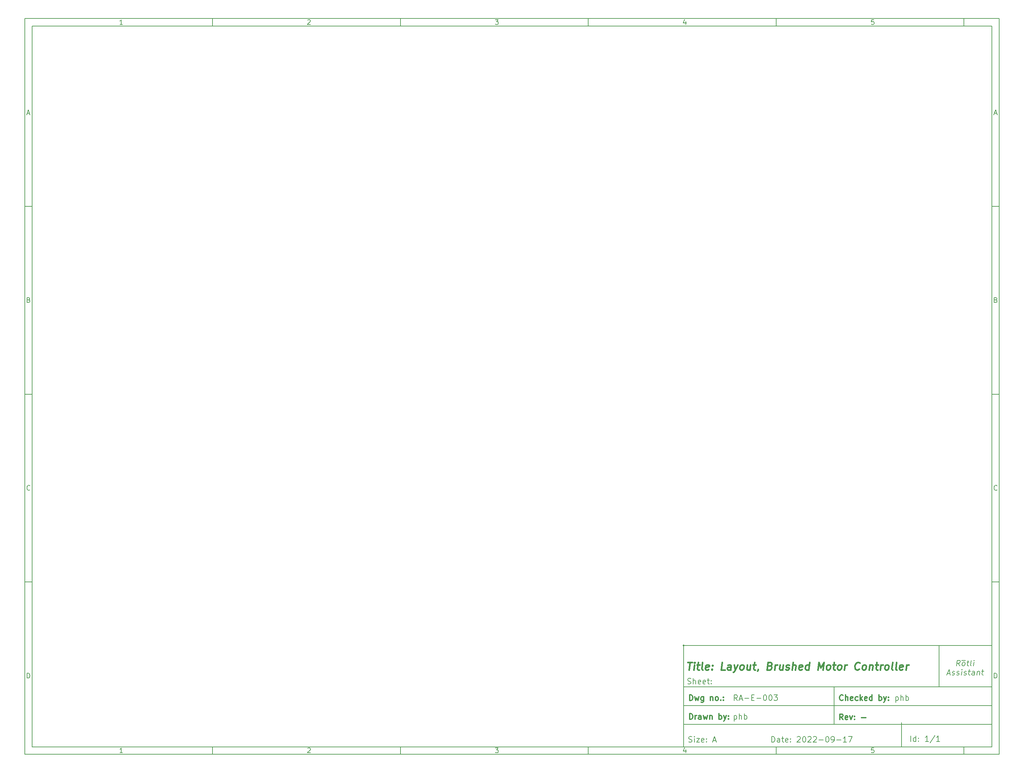
<source format=gbr>
%TF.GenerationSoftware,KiCad,Pcbnew,(6.0.7)*%
%TF.CreationDate,2022-09-17T11:26:47-05:00*%
%TF.ProjectId,BrushlessController,42727573-686c-4657-9373-436f6e74726f,-*%
%TF.SameCoordinates,Original*%
%TF.FileFunction,Paste,Bot*%
%TF.FilePolarity,Positive*%
%FSLAX46Y46*%
G04 Gerber Fmt 4.6, Leading zero omitted, Abs format (unit mm)*
G04 Created by KiCad (PCBNEW (6.0.7)) date 2022-09-17 11:26:47*
%MOMM*%
%LPD*%
G01*
G04 APERTURE LIST*
%ADD10C,0.100000*%
%ADD11C,0.150000*%
%ADD12C,0.300000*%
%ADD13C,0.400000*%
%ADD14C,0.508000*%
G04 APERTURE END LIST*
D10*
D11*
X10000000Y-10000000D02*
X10000000Y-205900000D01*
X269400000Y-205900000D01*
X269400000Y-10000000D01*
X10000000Y-10000000D01*
D10*
D11*
X12000000Y-12000000D02*
X12000000Y-203900000D01*
X267400000Y-203900000D01*
X267400000Y-12000000D01*
X12000000Y-12000000D01*
D10*
D11*
X60000000Y-12000000D02*
X60000000Y-10000000D01*
D10*
D11*
X110000000Y-12000000D02*
X110000000Y-10000000D01*
D10*
D11*
X160000000Y-12000000D02*
X160000000Y-10000000D01*
D10*
D11*
X210000000Y-12000000D02*
X210000000Y-10000000D01*
D10*
D11*
X260000000Y-12000000D02*
X260000000Y-10000000D01*
D10*
D11*
X36065476Y-11588095D02*
X35322619Y-11588095D01*
X35694047Y-11588095D02*
X35694047Y-10288095D01*
X35570238Y-10473809D01*
X35446428Y-10597619D01*
X35322619Y-10659523D01*
D10*
D11*
X85322619Y-10411904D02*
X85384523Y-10350000D01*
X85508333Y-10288095D01*
X85817857Y-10288095D01*
X85941666Y-10350000D01*
X86003571Y-10411904D01*
X86065476Y-10535714D01*
X86065476Y-10659523D01*
X86003571Y-10845238D01*
X85260714Y-11588095D01*
X86065476Y-11588095D01*
D10*
D11*
X135260714Y-10288095D02*
X136065476Y-10288095D01*
X135632142Y-10783333D01*
X135817857Y-10783333D01*
X135941666Y-10845238D01*
X136003571Y-10907142D01*
X136065476Y-11030952D01*
X136065476Y-11340476D01*
X136003571Y-11464285D01*
X135941666Y-11526190D01*
X135817857Y-11588095D01*
X135446428Y-11588095D01*
X135322619Y-11526190D01*
X135260714Y-11464285D01*
D10*
D11*
X185941666Y-10721428D02*
X185941666Y-11588095D01*
X185632142Y-10226190D02*
X185322619Y-11154761D01*
X186127380Y-11154761D01*
D10*
D11*
X236003571Y-10288095D02*
X235384523Y-10288095D01*
X235322619Y-10907142D01*
X235384523Y-10845238D01*
X235508333Y-10783333D01*
X235817857Y-10783333D01*
X235941666Y-10845238D01*
X236003571Y-10907142D01*
X236065476Y-11030952D01*
X236065476Y-11340476D01*
X236003571Y-11464285D01*
X235941666Y-11526190D01*
X235817857Y-11588095D01*
X235508333Y-11588095D01*
X235384523Y-11526190D01*
X235322619Y-11464285D01*
D10*
D11*
X60000000Y-203900000D02*
X60000000Y-205900000D01*
D10*
D11*
X110000000Y-203900000D02*
X110000000Y-205900000D01*
D10*
D11*
X160000000Y-203900000D02*
X160000000Y-205900000D01*
D10*
D11*
X210000000Y-203900000D02*
X210000000Y-205900000D01*
D10*
D11*
X260000000Y-203900000D02*
X260000000Y-205900000D01*
D10*
D11*
X36065476Y-205488095D02*
X35322619Y-205488095D01*
X35694047Y-205488095D02*
X35694047Y-204188095D01*
X35570238Y-204373809D01*
X35446428Y-204497619D01*
X35322619Y-204559523D01*
D10*
D11*
X85322619Y-204311904D02*
X85384523Y-204250000D01*
X85508333Y-204188095D01*
X85817857Y-204188095D01*
X85941666Y-204250000D01*
X86003571Y-204311904D01*
X86065476Y-204435714D01*
X86065476Y-204559523D01*
X86003571Y-204745238D01*
X85260714Y-205488095D01*
X86065476Y-205488095D01*
D10*
D11*
X135260714Y-204188095D02*
X136065476Y-204188095D01*
X135632142Y-204683333D01*
X135817857Y-204683333D01*
X135941666Y-204745238D01*
X136003571Y-204807142D01*
X136065476Y-204930952D01*
X136065476Y-205240476D01*
X136003571Y-205364285D01*
X135941666Y-205426190D01*
X135817857Y-205488095D01*
X135446428Y-205488095D01*
X135322619Y-205426190D01*
X135260714Y-205364285D01*
D10*
D11*
X185941666Y-204621428D02*
X185941666Y-205488095D01*
X185632142Y-204126190D02*
X185322619Y-205054761D01*
X186127380Y-205054761D01*
D10*
D11*
X236003571Y-204188095D02*
X235384523Y-204188095D01*
X235322619Y-204807142D01*
X235384523Y-204745238D01*
X235508333Y-204683333D01*
X235817857Y-204683333D01*
X235941666Y-204745238D01*
X236003571Y-204807142D01*
X236065476Y-204930952D01*
X236065476Y-205240476D01*
X236003571Y-205364285D01*
X235941666Y-205426190D01*
X235817857Y-205488095D01*
X235508333Y-205488095D01*
X235384523Y-205426190D01*
X235322619Y-205364285D01*
D10*
D11*
X10000000Y-60000000D02*
X12000000Y-60000000D01*
D10*
D11*
X10000000Y-110000000D02*
X12000000Y-110000000D01*
D10*
D11*
X10000000Y-160000000D02*
X12000000Y-160000000D01*
D10*
D11*
X10690476Y-35216666D02*
X11309523Y-35216666D01*
X10566666Y-35588095D02*
X11000000Y-34288095D01*
X11433333Y-35588095D01*
D10*
D11*
X11092857Y-84907142D02*
X11278571Y-84969047D01*
X11340476Y-85030952D01*
X11402380Y-85154761D01*
X11402380Y-85340476D01*
X11340476Y-85464285D01*
X11278571Y-85526190D01*
X11154761Y-85588095D01*
X10659523Y-85588095D01*
X10659523Y-84288095D01*
X11092857Y-84288095D01*
X11216666Y-84350000D01*
X11278571Y-84411904D01*
X11340476Y-84535714D01*
X11340476Y-84659523D01*
X11278571Y-84783333D01*
X11216666Y-84845238D01*
X11092857Y-84907142D01*
X10659523Y-84907142D01*
D10*
D11*
X11402380Y-135464285D02*
X11340476Y-135526190D01*
X11154761Y-135588095D01*
X11030952Y-135588095D01*
X10845238Y-135526190D01*
X10721428Y-135402380D01*
X10659523Y-135278571D01*
X10597619Y-135030952D01*
X10597619Y-134845238D01*
X10659523Y-134597619D01*
X10721428Y-134473809D01*
X10845238Y-134350000D01*
X11030952Y-134288095D01*
X11154761Y-134288095D01*
X11340476Y-134350000D01*
X11402380Y-134411904D01*
D10*
D11*
X10659523Y-185588095D02*
X10659523Y-184288095D01*
X10969047Y-184288095D01*
X11154761Y-184350000D01*
X11278571Y-184473809D01*
X11340476Y-184597619D01*
X11402380Y-184845238D01*
X11402380Y-185030952D01*
X11340476Y-185278571D01*
X11278571Y-185402380D01*
X11154761Y-185526190D01*
X10969047Y-185588095D01*
X10659523Y-185588095D01*
D10*
D11*
X269400000Y-60000000D02*
X267400000Y-60000000D01*
D10*
D11*
X269400000Y-110000000D02*
X267400000Y-110000000D01*
D10*
D11*
X269400000Y-160000000D02*
X267400000Y-160000000D01*
D10*
D11*
X268090476Y-35216666D02*
X268709523Y-35216666D01*
X267966666Y-35588095D02*
X268400000Y-34288095D01*
X268833333Y-35588095D01*
D10*
D11*
X268492857Y-84907142D02*
X268678571Y-84969047D01*
X268740476Y-85030952D01*
X268802380Y-85154761D01*
X268802380Y-85340476D01*
X268740476Y-85464285D01*
X268678571Y-85526190D01*
X268554761Y-85588095D01*
X268059523Y-85588095D01*
X268059523Y-84288095D01*
X268492857Y-84288095D01*
X268616666Y-84350000D01*
X268678571Y-84411904D01*
X268740476Y-84535714D01*
X268740476Y-84659523D01*
X268678571Y-84783333D01*
X268616666Y-84845238D01*
X268492857Y-84907142D01*
X268059523Y-84907142D01*
D10*
D11*
X268802380Y-135464285D02*
X268740476Y-135526190D01*
X268554761Y-135588095D01*
X268430952Y-135588095D01*
X268245238Y-135526190D01*
X268121428Y-135402380D01*
X268059523Y-135278571D01*
X267997619Y-135030952D01*
X267997619Y-134845238D01*
X268059523Y-134597619D01*
X268121428Y-134473809D01*
X268245238Y-134350000D01*
X268430952Y-134288095D01*
X268554761Y-134288095D01*
X268740476Y-134350000D01*
X268802380Y-134411904D01*
D10*
D11*
X268059523Y-185588095D02*
X268059523Y-184288095D01*
X268369047Y-184288095D01*
X268554761Y-184350000D01*
X268678571Y-184473809D01*
X268740476Y-184597619D01*
X268802380Y-184845238D01*
X268802380Y-185030952D01*
X268740476Y-185278571D01*
X268678571Y-185402380D01*
X268554761Y-185526190D01*
X268369047Y-185588095D01*
X268059523Y-185588095D01*
D10*
D11*
X208832142Y-202678371D02*
X208832142Y-201178371D01*
X209189285Y-201178371D01*
X209403571Y-201249800D01*
X209546428Y-201392657D01*
X209617857Y-201535514D01*
X209689285Y-201821228D01*
X209689285Y-202035514D01*
X209617857Y-202321228D01*
X209546428Y-202464085D01*
X209403571Y-202606942D01*
X209189285Y-202678371D01*
X208832142Y-202678371D01*
X210975000Y-202678371D02*
X210975000Y-201892657D01*
X210903571Y-201749800D01*
X210760714Y-201678371D01*
X210475000Y-201678371D01*
X210332142Y-201749800D01*
X210975000Y-202606942D02*
X210832142Y-202678371D01*
X210475000Y-202678371D01*
X210332142Y-202606942D01*
X210260714Y-202464085D01*
X210260714Y-202321228D01*
X210332142Y-202178371D01*
X210475000Y-202106942D01*
X210832142Y-202106942D01*
X210975000Y-202035514D01*
X211475000Y-201678371D02*
X212046428Y-201678371D01*
X211689285Y-201178371D02*
X211689285Y-202464085D01*
X211760714Y-202606942D01*
X211903571Y-202678371D01*
X212046428Y-202678371D01*
X213117857Y-202606942D02*
X212975000Y-202678371D01*
X212689285Y-202678371D01*
X212546428Y-202606942D01*
X212475000Y-202464085D01*
X212475000Y-201892657D01*
X212546428Y-201749800D01*
X212689285Y-201678371D01*
X212975000Y-201678371D01*
X213117857Y-201749800D01*
X213189285Y-201892657D01*
X213189285Y-202035514D01*
X212475000Y-202178371D01*
X213832142Y-202535514D02*
X213903571Y-202606942D01*
X213832142Y-202678371D01*
X213760714Y-202606942D01*
X213832142Y-202535514D01*
X213832142Y-202678371D01*
X213832142Y-201749800D02*
X213903571Y-201821228D01*
X213832142Y-201892657D01*
X213760714Y-201821228D01*
X213832142Y-201749800D01*
X213832142Y-201892657D01*
X215617857Y-201321228D02*
X215689285Y-201249800D01*
X215832142Y-201178371D01*
X216189285Y-201178371D01*
X216332142Y-201249800D01*
X216403571Y-201321228D01*
X216475000Y-201464085D01*
X216475000Y-201606942D01*
X216403571Y-201821228D01*
X215546428Y-202678371D01*
X216475000Y-202678371D01*
X217403571Y-201178371D02*
X217546428Y-201178371D01*
X217689285Y-201249800D01*
X217760714Y-201321228D01*
X217832142Y-201464085D01*
X217903571Y-201749800D01*
X217903571Y-202106942D01*
X217832142Y-202392657D01*
X217760714Y-202535514D01*
X217689285Y-202606942D01*
X217546428Y-202678371D01*
X217403571Y-202678371D01*
X217260714Y-202606942D01*
X217189285Y-202535514D01*
X217117857Y-202392657D01*
X217046428Y-202106942D01*
X217046428Y-201749800D01*
X217117857Y-201464085D01*
X217189285Y-201321228D01*
X217260714Y-201249800D01*
X217403571Y-201178371D01*
X218475000Y-201321228D02*
X218546428Y-201249800D01*
X218689285Y-201178371D01*
X219046428Y-201178371D01*
X219189285Y-201249800D01*
X219260714Y-201321228D01*
X219332142Y-201464085D01*
X219332142Y-201606942D01*
X219260714Y-201821228D01*
X218403571Y-202678371D01*
X219332142Y-202678371D01*
X219903571Y-201321228D02*
X219975000Y-201249800D01*
X220117857Y-201178371D01*
X220475000Y-201178371D01*
X220617857Y-201249800D01*
X220689285Y-201321228D01*
X220760714Y-201464085D01*
X220760714Y-201606942D01*
X220689285Y-201821228D01*
X219832142Y-202678371D01*
X220760714Y-202678371D01*
X221403571Y-202106942D02*
X222546428Y-202106942D01*
X223546428Y-201178371D02*
X223689285Y-201178371D01*
X223832142Y-201249800D01*
X223903571Y-201321228D01*
X223975000Y-201464085D01*
X224046428Y-201749800D01*
X224046428Y-202106942D01*
X223975000Y-202392657D01*
X223903571Y-202535514D01*
X223832142Y-202606942D01*
X223689285Y-202678371D01*
X223546428Y-202678371D01*
X223403571Y-202606942D01*
X223332142Y-202535514D01*
X223260714Y-202392657D01*
X223189285Y-202106942D01*
X223189285Y-201749800D01*
X223260714Y-201464085D01*
X223332142Y-201321228D01*
X223403571Y-201249800D01*
X223546428Y-201178371D01*
X224760714Y-202678371D02*
X225046428Y-202678371D01*
X225189285Y-202606942D01*
X225260714Y-202535514D01*
X225403571Y-202321228D01*
X225475000Y-202035514D01*
X225475000Y-201464085D01*
X225403571Y-201321228D01*
X225332142Y-201249800D01*
X225189285Y-201178371D01*
X224903571Y-201178371D01*
X224760714Y-201249800D01*
X224689285Y-201321228D01*
X224617857Y-201464085D01*
X224617857Y-201821228D01*
X224689285Y-201964085D01*
X224760714Y-202035514D01*
X224903571Y-202106942D01*
X225189285Y-202106942D01*
X225332142Y-202035514D01*
X225403571Y-201964085D01*
X225475000Y-201821228D01*
X226117857Y-202106942D02*
X227260714Y-202106942D01*
X228760714Y-202678371D02*
X227903571Y-202678371D01*
X228332142Y-202678371D02*
X228332142Y-201178371D01*
X228189285Y-201392657D01*
X228046428Y-201535514D01*
X227903571Y-201606942D01*
X229260714Y-201178371D02*
X230260714Y-201178371D01*
X229617857Y-202678371D01*
D10*
D12*
X227809285Y-196678571D02*
X227309285Y-195964285D01*
X226952142Y-196678571D02*
X226952142Y-195178571D01*
X227523571Y-195178571D01*
X227666428Y-195250000D01*
X227737857Y-195321428D01*
X227809285Y-195464285D01*
X227809285Y-195678571D01*
X227737857Y-195821428D01*
X227666428Y-195892857D01*
X227523571Y-195964285D01*
X226952142Y-195964285D01*
X229023571Y-196607142D02*
X228880714Y-196678571D01*
X228595000Y-196678571D01*
X228452142Y-196607142D01*
X228380714Y-196464285D01*
X228380714Y-195892857D01*
X228452142Y-195750000D01*
X228595000Y-195678571D01*
X228880714Y-195678571D01*
X229023571Y-195750000D01*
X229095000Y-195892857D01*
X229095000Y-196035714D01*
X228380714Y-196178571D01*
X229595000Y-195678571D02*
X229952142Y-196678571D01*
X230309285Y-195678571D01*
X230880714Y-196535714D02*
X230952142Y-196607142D01*
X230880714Y-196678571D01*
X230809285Y-196607142D01*
X230880714Y-196535714D01*
X230880714Y-196678571D01*
X230880714Y-195750000D02*
X230952142Y-195821428D01*
X230880714Y-195892857D01*
X230809285Y-195821428D01*
X230880714Y-195750000D01*
X230880714Y-195892857D01*
X232737857Y-196107142D02*
X233880714Y-196107142D01*
D10*
D11*
X186760714Y-202606942D02*
X186975000Y-202678371D01*
X187332142Y-202678371D01*
X187475000Y-202606942D01*
X187546428Y-202535514D01*
X187617857Y-202392657D01*
X187617857Y-202249800D01*
X187546428Y-202106942D01*
X187475000Y-202035514D01*
X187332142Y-201964085D01*
X187046428Y-201892657D01*
X186903571Y-201821228D01*
X186832142Y-201749800D01*
X186760714Y-201606942D01*
X186760714Y-201464085D01*
X186832142Y-201321228D01*
X186903571Y-201249800D01*
X187046428Y-201178371D01*
X187403571Y-201178371D01*
X187617857Y-201249800D01*
X188260714Y-202678371D02*
X188260714Y-201678371D01*
X188260714Y-201178371D02*
X188189285Y-201249800D01*
X188260714Y-201321228D01*
X188332142Y-201249800D01*
X188260714Y-201178371D01*
X188260714Y-201321228D01*
X188832142Y-201678371D02*
X189617857Y-201678371D01*
X188832142Y-202678371D01*
X189617857Y-202678371D01*
X190760714Y-202606942D02*
X190617857Y-202678371D01*
X190332142Y-202678371D01*
X190189285Y-202606942D01*
X190117857Y-202464085D01*
X190117857Y-201892657D01*
X190189285Y-201749800D01*
X190332142Y-201678371D01*
X190617857Y-201678371D01*
X190760714Y-201749800D01*
X190832142Y-201892657D01*
X190832142Y-202035514D01*
X190117857Y-202178371D01*
X191475000Y-202535514D02*
X191546428Y-202606942D01*
X191475000Y-202678371D01*
X191403571Y-202606942D01*
X191475000Y-202535514D01*
X191475000Y-202678371D01*
X191475000Y-201749800D02*
X191546428Y-201821228D01*
X191475000Y-201892657D01*
X191403571Y-201821228D01*
X191475000Y-201749800D01*
X191475000Y-201892657D01*
X193260714Y-202249800D02*
X193975000Y-202249800D01*
X193117857Y-202678371D02*
X193617857Y-201178371D01*
X194117857Y-202678371D01*
D10*
D11*
X245832142Y-202478571D02*
X245832142Y-200978571D01*
X247189285Y-202478571D02*
X247189285Y-200978571D01*
X247189285Y-202407142D02*
X247046428Y-202478571D01*
X246760714Y-202478571D01*
X246617857Y-202407142D01*
X246546428Y-202335714D01*
X246475000Y-202192857D01*
X246475000Y-201764285D01*
X246546428Y-201621428D01*
X246617857Y-201550000D01*
X246760714Y-201478571D01*
X247046428Y-201478571D01*
X247189285Y-201550000D01*
X247903571Y-202335714D02*
X247975000Y-202407142D01*
X247903571Y-202478571D01*
X247832142Y-202407142D01*
X247903571Y-202335714D01*
X247903571Y-202478571D01*
X247903571Y-201550000D02*
X247975000Y-201621428D01*
X247903571Y-201692857D01*
X247832142Y-201621428D01*
X247903571Y-201550000D01*
X247903571Y-201692857D01*
X250546428Y-202478571D02*
X249689285Y-202478571D01*
X250117857Y-202478571D02*
X250117857Y-200978571D01*
X249975000Y-201192857D01*
X249832142Y-201335714D01*
X249689285Y-201407142D01*
X252260714Y-200907142D02*
X250975000Y-202835714D01*
X253546428Y-202478571D02*
X252689285Y-202478571D01*
X253117857Y-202478571D02*
X253117857Y-200978571D01*
X252975000Y-201192857D01*
X252832142Y-201335714D01*
X252689285Y-201407142D01*
D10*
D13*
X186512380Y-181404561D02*
X187655238Y-181404561D01*
X186833809Y-183404561D02*
X187083809Y-181404561D01*
X188071904Y-183404561D02*
X188238571Y-182071228D01*
X188321904Y-181404561D02*
X188214761Y-181499800D01*
X188298095Y-181595038D01*
X188405238Y-181499800D01*
X188321904Y-181404561D01*
X188298095Y-181595038D01*
X188905238Y-182071228D02*
X189667142Y-182071228D01*
X189274285Y-181404561D02*
X189060000Y-183118847D01*
X189131428Y-183309323D01*
X189310000Y-183404561D01*
X189500476Y-183404561D01*
X190452857Y-183404561D02*
X190274285Y-183309323D01*
X190202857Y-183118847D01*
X190417142Y-181404561D01*
X191988571Y-183309323D02*
X191786190Y-183404561D01*
X191405238Y-183404561D01*
X191226666Y-183309323D01*
X191155238Y-183118847D01*
X191250476Y-182356942D01*
X191369523Y-182166466D01*
X191571904Y-182071228D01*
X191952857Y-182071228D01*
X192131428Y-182166466D01*
X192202857Y-182356942D01*
X192179047Y-182547419D01*
X191202857Y-182737895D01*
X192952857Y-183214085D02*
X193036190Y-183309323D01*
X192929047Y-183404561D01*
X192845714Y-183309323D01*
X192952857Y-183214085D01*
X192929047Y-183404561D01*
X193083809Y-182166466D02*
X193167142Y-182261704D01*
X193060000Y-182356942D01*
X192976666Y-182261704D01*
X193083809Y-182166466D01*
X193060000Y-182356942D01*
X196357619Y-183404561D02*
X195405238Y-183404561D01*
X195655238Y-181404561D01*
X197881428Y-183404561D02*
X198012380Y-182356942D01*
X197940952Y-182166466D01*
X197762380Y-182071228D01*
X197381428Y-182071228D01*
X197179047Y-182166466D01*
X197893333Y-183309323D02*
X197690952Y-183404561D01*
X197214761Y-183404561D01*
X197036190Y-183309323D01*
X196964761Y-183118847D01*
X196988571Y-182928371D01*
X197107619Y-182737895D01*
X197310000Y-182642657D01*
X197786190Y-182642657D01*
X197988571Y-182547419D01*
X198810000Y-182071228D02*
X199119523Y-183404561D01*
X199762380Y-182071228D02*
X199119523Y-183404561D01*
X198869523Y-183880752D01*
X198762380Y-183975990D01*
X198560000Y-184071228D01*
X200643333Y-183404561D02*
X200464761Y-183309323D01*
X200381428Y-183214085D01*
X200310000Y-183023609D01*
X200381428Y-182452180D01*
X200500476Y-182261704D01*
X200607619Y-182166466D01*
X200810000Y-182071228D01*
X201095714Y-182071228D01*
X201274285Y-182166466D01*
X201357619Y-182261704D01*
X201429047Y-182452180D01*
X201357619Y-183023609D01*
X201238571Y-183214085D01*
X201131428Y-183309323D01*
X200929047Y-183404561D01*
X200643333Y-183404561D01*
X203190952Y-182071228D02*
X203024285Y-183404561D01*
X202333809Y-182071228D02*
X202202857Y-183118847D01*
X202274285Y-183309323D01*
X202452857Y-183404561D01*
X202738571Y-183404561D01*
X202940952Y-183309323D01*
X203048095Y-183214085D01*
X203857619Y-182071228D02*
X204619523Y-182071228D01*
X204226666Y-181404561D02*
X204012380Y-183118847D01*
X204083809Y-183309323D01*
X204262380Y-183404561D01*
X204452857Y-183404561D01*
X205226666Y-183309323D02*
X205214761Y-183404561D01*
X205095714Y-183595038D01*
X204988571Y-183690276D01*
X208393333Y-182356942D02*
X208667142Y-182452180D01*
X208750476Y-182547419D01*
X208821904Y-182737895D01*
X208786190Y-183023609D01*
X208667142Y-183214085D01*
X208560000Y-183309323D01*
X208357619Y-183404561D01*
X207595714Y-183404561D01*
X207845714Y-181404561D01*
X208512380Y-181404561D01*
X208690952Y-181499800D01*
X208774285Y-181595038D01*
X208845714Y-181785514D01*
X208821904Y-181975990D01*
X208702857Y-182166466D01*
X208595714Y-182261704D01*
X208393333Y-182356942D01*
X207726666Y-182356942D01*
X209595714Y-183404561D02*
X209762380Y-182071228D01*
X209714761Y-182452180D02*
X209833809Y-182261704D01*
X209940952Y-182166466D01*
X210143333Y-182071228D01*
X210333809Y-182071228D01*
X211857619Y-182071228D02*
X211690952Y-183404561D01*
X211000476Y-182071228D02*
X210869523Y-183118847D01*
X210940952Y-183309323D01*
X211119523Y-183404561D01*
X211405238Y-183404561D01*
X211607619Y-183309323D01*
X211714761Y-183214085D01*
X212560000Y-183309323D02*
X212738571Y-183404561D01*
X213119523Y-183404561D01*
X213321904Y-183309323D01*
X213440952Y-183118847D01*
X213452857Y-183023609D01*
X213381428Y-182833133D01*
X213202857Y-182737895D01*
X212917142Y-182737895D01*
X212738571Y-182642657D01*
X212667142Y-182452180D01*
X212679047Y-182356942D01*
X212798095Y-182166466D01*
X213000476Y-182071228D01*
X213286190Y-182071228D01*
X213464761Y-182166466D01*
X214262380Y-183404561D02*
X214512380Y-181404561D01*
X215119523Y-183404561D02*
X215250476Y-182356942D01*
X215179047Y-182166466D01*
X215000476Y-182071228D01*
X214714761Y-182071228D01*
X214512380Y-182166466D01*
X214405238Y-182261704D01*
X216845714Y-183309323D02*
X216643333Y-183404561D01*
X216262380Y-183404561D01*
X216083809Y-183309323D01*
X216012380Y-183118847D01*
X216107619Y-182356942D01*
X216226666Y-182166466D01*
X216429047Y-182071228D01*
X216810000Y-182071228D01*
X216988571Y-182166466D01*
X217060000Y-182356942D01*
X217036190Y-182547419D01*
X216060000Y-182737895D01*
X218643333Y-183404561D02*
X218893333Y-181404561D01*
X218655238Y-183309323D02*
X218452857Y-183404561D01*
X218071904Y-183404561D01*
X217893333Y-183309323D01*
X217810000Y-183214085D01*
X217738571Y-183023609D01*
X217810000Y-182452180D01*
X217929047Y-182261704D01*
X218036190Y-182166466D01*
X218238571Y-182071228D01*
X218619523Y-182071228D01*
X218798095Y-182166466D01*
X221119523Y-183404561D02*
X221369523Y-181404561D01*
X221857619Y-182833133D01*
X222702857Y-181404561D01*
X222452857Y-183404561D01*
X223690952Y-183404561D02*
X223512380Y-183309323D01*
X223429047Y-183214085D01*
X223357619Y-183023609D01*
X223429047Y-182452180D01*
X223548095Y-182261704D01*
X223655238Y-182166466D01*
X223857619Y-182071228D01*
X224143333Y-182071228D01*
X224321904Y-182166466D01*
X224405238Y-182261704D01*
X224476666Y-182452180D01*
X224405238Y-183023609D01*
X224286190Y-183214085D01*
X224179047Y-183309323D01*
X223976666Y-183404561D01*
X223690952Y-183404561D01*
X225095714Y-182071228D02*
X225857619Y-182071228D01*
X225464761Y-181404561D02*
X225250476Y-183118847D01*
X225321904Y-183309323D01*
X225500476Y-183404561D01*
X225690952Y-183404561D01*
X226643333Y-183404561D02*
X226464761Y-183309323D01*
X226381428Y-183214085D01*
X226310000Y-183023609D01*
X226381428Y-182452180D01*
X226500476Y-182261704D01*
X226607619Y-182166466D01*
X226810000Y-182071228D01*
X227095714Y-182071228D01*
X227274285Y-182166466D01*
X227357619Y-182261704D01*
X227429047Y-182452180D01*
X227357619Y-183023609D01*
X227238571Y-183214085D01*
X227131428Y-183309323D01*
X226929047Y-183404561D01*
X226643333Y-183404561D01*
X228167142Y-183404561D02*
X228333809Y-182071228D01*
X228286190Y-182452180D02*
X228405238Y-182261704D01*
X228512380Y-182166466D01*
X228714761Y-182071228D01*
X228905238Y-182071228D01*
X232095714Y-183214085D02*
X231988571Y-183309323D01*
X231690952Y-183404561D01*
X231500476Y-183404561D01*
X231226666Y-183309323D01*
X231060000Y-183118847D01*
X230988571Y-182928371D01*
X230940952Y-182547419D01*
X230976666Y-182261704D01*
X231119523Y-181880752D01*
X231238571Y-181690276D01*
X231452857Y-181499800D01*
X231750476Y-181404561D01*
X231940952Y-181404561D01*
X232214761Y-181499800D01*
X232298095Y-181595038D01*
X233214761Y-183404561D02*
X233036190Y-183309323D01*
X232952857Y-183214085D01*
X232881428Y-183023609D01*
X232952857Y-182452180D01*
X233071904Y-182261704D01*
X233179047Y-182166466D01*
X233381428Y-182071228D01*
X233667142Y-182071228D01*
X233845714Y-182166466D01*
X233929047Y-182261704D01*
X234000476Y-182452180D01*
X233929047Y-183023609D01*
X233810000Y-183214085D01*
X233702857Y-183309323D01*
X233500476Y-183404561D01*
X233214761Y-183404561D01*
X234905238Y-182071228D02*
X234738571Y-183404561D01*
X234881428Y-182261704D02*
X234988571Y-182166466D01*
X235190952Y-182071228D01*
X235476666Y-182071228D01*
X235655238Y-182166466D01*
X235726666Y-182356942D01*
X235595714Y-183404561D01*
X236429047Y-182071228D02*
X237190952Y-182071228D01*
X236798095Y-181404561D02*
X236583809Y-183118847D01*
X236655238Y-183309323D01*
X236833809Y-183404561D01*
X237024285Y-183404561D01*
X237690952Y-183404561D02*
X237857619Y-182071228D01*
X237809999Y-182452180D02*
X237929047Y-182261704D01*
X238036190Y-182166466D01*
X238238571Y-182071228D01*
X238429047Y-182071228D01*
X239214761Y-183404561D02*
X239036190Y-183309323D01*
X238952857Y-183214085D01*
X238881428Y-183023609D01*
X238952857Y-182452180D01*
X239071904Y-182261704D01*
X239179047Y-182166466D01*
X239381428Y-182071228D01*
X239667142Y-182071228D01*
X239845714Y-182166466D01*
X239929047Y-182261704D01*
X240000476Y-182452180D01*
X239929047Y-183023609D01*
X239809999Y-183214085D01*
X239702857Y-183309323D01*
X239500476Y-183404561D01*
X239214761Y-183404561D01*
X241024285Y-183404561D02*
X240845714Y-183309323D01*
X240774285Y-183118847D01*
X240988571Y-181404561D01*
X242071904Y-183404561D02*
X241893333Y-183309323D01*
X241821904Y-183118847D01*
X242036190Y-181404561D01*
X243607619Y-183309323D02*
X243405238Y-183404561D01*
X243024285Y-183404561D01*
X242845714Y-183309323D01*
X242774285Y-183118847D01*
X242869523Y-182356942D01*
X242988571Y-182166466D01*
X243190952Y-182071228D01*
X243571904Y-182071228D01*
X243750476Y-182166466D01*
X243821904Y-182356942D01*
X243798095Y-182547419D01*
X242821904Y-182737895D01*
X244548095Y-183404561D02*
X244714761Y-182071228D01*
X244667142Y-182452180D02*
X244786190Y-182261704D01*
X244893333Y-182166466D01*
X245095714Y-182071228D01*
X245286190Y-182071228D01*
D10*
D11*
X186460714Y-187106942D02*
X186675000Y-187178371D01*
X187032142Y-187178371D01*
X187175000Y-187106942D01*
X187246428Y-187035514D01*
X187317857Y-186892657D01*
X187317857Y-186749800D01*
X187246428Y-186606942D01*
X187175000Y-186535514D01*
X187032142Y-186464085D01*
X186746428Y-186392657D01*
X186603571Y-186321228D01*
X186532142Y-186249800D01*
X186460714Y-186106942D01*
X186460714Y-185964085D01*
X186532142Y-185821228D01*
X186603571Y-185749800D01*
X186746428Y-185678371D01*
X187103571Y-185678371D01*
X187317857Y-185749800D01*
X187960714Y-187178371D02*
X187960714Y-185678371D01*
X188603571Y-187178371D02*
X188603571Y-186392657D01*
X188532142Y-186249800D01*
X188389285Y-186178371D01*
X188175000Y-186178371D01*
X188032142Y-186249800D01*
X187960714Y-186321228D01*
X189889285Y-187106942D02*
X189746428Y-187178371D01*
X189460714Y-187178371D01*
X189317857Y-187106942D01*
X189246428Y-186964085D01*
X189246428Y-186392657D01*
X189317857Y-186249800D01*
X189460714Y-186178371D01*
X189746428Y-186178371D01*
X189889285Y-186249800D01*
X189960714Y-186392657D01*
X189960714Y-186535514D01*
X189246428Y-186678371D01*
X191175000Y-187106942D02*
X191032142Y-187178371D01*
X190746428Y-187178371D01*
X190603571Y-187106942D01*
X190532142Y-186964085D01*
X190532142Y-186392657D01*
X190603571Y-186249800D01*
X190746428Y-186178371D01*
X191032142Y-186178371D01*
X191175000Y-186249800D01*
X191246428Y-186392657D01*
X191246428Y-186535514D01*
X190532142Y-186678371D01*
X191675000Y-186178371D02*
X192246428Y-186178371D01*
X191889285Y-185678371D02*
X191889285Y-186964085D01*
X191960714Y-187106942D01*
X192103571Y-187178371D01*
X192246428Y-187178371D01*
X192746428Y-187035514D02*
X192817857Y-187106942D01*
X192746428Y-187178371D01*
X192675000Y-187106942D01*
X192746428Y-187035514D01*
X192746428Y-187178371D01*
X192746428Y-186249800D02*
X192817857Y-186321228D01*
X192746428Y-186392657D01*
X192675000Y-186321228D01*
X192746428Y-186249800D01*
X192746428Y-186392657D01*
D10*
D11*
X199689285Y-191578371D02*
X199189285Y-190864085D01*
X198832142Y-191578371D02*
X198832142Y-190078371D01*
X199403571Y-190078371D01*
X199546428Y-190149800D01*
X199617857Y-190221228D01*
X199689285Y-190364085D01*
X199689285Y-190578371D01*
X199617857Y-190721228D01*
X199546428Y-190792657D01*
X199403571Y-190864085D01*
X198832142Y-190864085D01*
X200260714Y-191149800D02*
X200975000Y-191149800D01*
X200117857Y-191578371D02*
X200617857Y-190078371D01*
X201117857Y-191578371D01*
X201617857Y-191006942D02*
X202760714Y-191006942D01*
X203475000Y-190792657D02*
X203975000Y-190792657D01*
X204189285Y-191578371D02*
X203475000Y-191578371D01*
X203475000Y-190078371D01*
X204189285Y-190078371D01*
X204832142Y-191006942D02*
X205975000Y-191006942D01*
X206975000Y-190078371D02*
X207117857Y-190078371D01*
X207260714Y-190149800D01*
X207332142Y-190221228D01*
X207403571Y-190364085D01*
X207475000Y-190649800D01*
X207475000Y-191006942D01*
X207403571Y-191292657D01*
X207332142Y-191435514D01*
X207260714Y-191506942D01*
X207117857Y-191578371D01*
X206975000Y-191578371D01*
X206832142Y-191506942D01*
X206760714Y-191435514D01*
X206689285Y-191292657D01*
X206617857Y-191006942D01*
X206617857Y-190649800D01*
X206689285Y-190364085D01*
X206760714Y-190221228D01*
X206832142Y-190149800D01*
X206975000Y-190078371D01*
X208403571Y-190078371D02*
X208546428Y-190078371D01*
X208689285Y-190149800D01*
X208760714Y-190221228D01*
X208832142Y-190364085D01*
X208903571Y-190649800D01*
X208903571Y-191006942D01*
X208832142Y-191292657D01*
X208760714Y-191435514D01*
X208689285Y-191506942D01*
X208546428Y-191578371D01*
X208403571Y-191578371D01*
X208260714Y-191506942D01*
X208189285Y-191435514D01*
X208117857Y-191292657D01*
X208046428Y-191006942D01*
X208046428Y-190649800D01*
X208117857Y-190364085D01*
X208189285Y-190221228D01*
X208260714Y-190149800D01*
X208403571Y-190078371D01*
X209403571Y-190078371D02*
X210332142Y-190078371D01*
X209832142Y-190649800D01*
X210046428Y-190649800D01*
X210189285Y-190721228D01*
X210260714Y-190792657D01*
X210332142Y-190935514D01*
X210332142Y-191292657D01*
X210260714Y-191435514D01*
X210189285Y-191506942D01*
X210046428Y-191578371D01*
X209617857Y-191578371D01*
X209475000Y-191506942D01*
X209403571Y-191435514D01*
D10*
D11*
X241832142Y-190578371D02*
X241832142Y-192078371D01*
X241832142Y-190649800D02*
X241975000Y-190578371D01*
X242260714Y-190578371D01*
X242403571Y-190649800D01*
X242475000Y-190721228D01*
X242546428Y-190864085D01*
X242546428Y-191292657D01*
X242475000Y-191435514D01*
X242403571Y-191506942D01*
X242260714Y-191578371D01*
X241975000Y-191578371D01*
X241832142Y-191506942D01*
X243189285Y-191578371D02*
X243189285Y-190078371D01*
X243832142Y-191578371D02*
X243832142Y-190792657D01*
X243760714Y-190649800D01*
X243617857Y-190578371D01*
X243403571Y-190578371D01*
X243260714Y-190649800D01*
X243189285Y-190721228D01*
X244546428Y-191578371D02*
X244546428Y-190078371D01*
X244546428Y-190649800D02*
X244689285Y-190578371D01*
X244975000Y-190578371D01*
X245117857Y-190649800D01*
X245189285Y-190721228D01*
X245260714Y-190864085D01*
X245260714Y-191292657D01*
X245189285Y-191435514D01*
X245117857Y-191506942D01*
X244975000Y-191578371D01*
X244689285Y-191578371D01*
X244546428Y-191506942D01*
D10*
D11*
X198832142Y-195578371D02*
X198832142Y-197078371D01*
X198832142Y-195649800D02*
X198975000Y-195578371D01*
X199260714Y-195578371D01*
X199403571Y-195649800D01*
X199475000Y-195721228D01*
X199546428Y-195864085D01*
X199546428Y-196292657D01*
X199475000Y-196435514D01*
X199403571Y-196506942D01*
X199260714Y-196578371D01*
X198975000Y-196578371D01*
X198832142Y-196506942D01*
X200189285Y-196578371D02*
X200189285Y-195078371D01*
X200832142Y-196578371D02*
X200832142Y-195792657D01*
X200760714Y-195649800D01*
X200617857Y-195578371D01*
X200403571Y-195578371D01*
X200260714Y-195649800D01*
X200189285Y-195721228D01*
X201546428Y-196578371D02*
X201546428Y-195078371D01*
X201546428Y-195649800D02*
X201689285Y-195578371D01*
X201975000Y-195578371D01*
X202117857Y-195649800D01*
X202189285Y-195721228D01*
X202260714Y-195864085D01*
X202260714Y-196292657D01*
X202189285Y-196435514D01*
X202117857Y-196506942D01*
X201975000Y-196578371D01*
X201689285Y-196578371D01*
X201546428Y-196506942D01*
D10*
D11*
X243400000Y-197400000D02*
X243400000Y-203900000D01*
D10*
D11*
X267411000Y-187897800D02*
X267411000Y-176897800D01*
X185411000Y-176897800D01*
X185411000Y-187897800D01*
X267411000Y-187897800D01*
D10*
D14*
X185411000Y-176898000D02*
X185411000Y-176898000D01*
X185411000Y-176898000D01*
X185411000Y-176898000D01*
X185411000Y-176898000D01*
D10*
D12*
X186963142Y-196576571D02*
X186963142Y-195076571D01*
X187320285Y-195076571D01*
X187534571Y-195148000D01*
X187677428Y-195290857D01*
X187748857Y-195433714D01*
X187820285Y-195719428D01*
X187820285Y-195933714D01*
X187748857Y-196219428D01*
X187677428Y-196362285D01*
X187534571Y-196505142D01*
X187320285Y-196576571D01*
X186963142Y-196576571D01*
X188463142Y-196576571D02*
X188463142Y-195576571D01*
X188463142Y-195862285D02*
X188534571Y-195719428D01*
X188606000Y-195648000D01*
X188748857Y-195576571D01*
X188891714Y-195576571D01*
X190034571Y-196576571D02*
X190034571Y-195790857D01*
X189963142Y-195648000D01*
X189820285Y-195576571D01*
X189534571Y-195576571D01*
X189391714Y-195648000D01*
X190034571Y-196505142D02*
X189891714Y-196576571D01*
X189534571Y-196576571D01*
X189391714Y-196505142D01*
X189320285Y-196362285D01*
X189320285Y-196219428D01*
X189391714Y-196076571D01*
X189534571Y-196005142D01*
X189891714Y-196005142D01*
X190034571Y-195933714D01*
X190606000Y-195576571D02*
X190891714Y-196576571D01*
X191177428Y-195862285D01*
X191463142Y-196576571D01*
X191748857Y-195576571D01*
X192320285Y-195576571D02*
X192320285Y-196576571D01*
X192320285Y-195719428D02*
X192391714Y-195648000D01*
X192534571Y-195576571D01*
X192748857Y-195576571D01*
X192891714Y-195648000D01*
X192963142Y-195790857D01*
X192963142Y-196576571D01*
X194820285Y-196576571D02*
X194820285Y-195076571D01*
X194820285Y-195648000D02*
X194963142Y-195576571D01*
X195248857Y-195576571D01*
X195391714Y-195648000D01*
X195463142Y-195719428D01*
X195534571Y-195862285D01*
X195534571Y-196290857D01*
X195463142Y-196433714D01*
X195391714Y-196505142D01*
X195248857Y-196576571D01*
X194963142Y-196576571D01*
X194820285Y-196505142D01*
X196034571Y-195576571D02*
X196391714Y-196576571D01*
X196748857Y-195576571D02*
X196391714Y-196576571D01*
X196248857Y-196933714D01*
X196177428Y-197005142D01*
X196034571Y-197076571D01*
X197320285Y-196433714D02*
X197391714Y-196505142D01*
X197320285Y-196576571D01*
X197248857Y-196505142D01*
X197320285Y-196433714D01*
X197320285Y-196576571D01*
X197320285Y-195648000D02*
X197391714Y-195719428D01*
X197320285Y-195790857D01*
X197248857Y-195719428D01*
X197320285Y-195648000D01*
X197320285Y-195790857D01*
D10*
D11*
X225411000Y-187897800D02*
X225411000Y-192897800D01*
D10*
D12*
X227820285Y-191433714D02*
X227748857Y-191505142D01*
X227534571Y-191576571D01*
X227391714Y-191576571D01*
X227177428Y-191505142D01*
X227034571Y-191362285D01*
X226963142Y-191219428D01*
X226891714Y-190933714D01*
X226891714Y-190719428D01*
X226963142Y-190433714D01*
X227034571Y-190290857D01*
X227177428Y-190148000D01*
X227391714Y-190076571D01*
X227534571Y-190076571D01*
X227748857Y-190148000D01*
X227820285Y-190219428D01*
X228463142Y-191576571D02*
X228463142Y-190076571D01*
X229106000Y-191576571D02*
X229106000Y-190790857D01*
X229034571Y-190648000D01*
X228891714Y-190576571D01*
X228677428Y-190576571D01*
X228534571Y-190648000D01*
X228463142Y-190719428D01*
X230391714Y-191505142D02*
X230248857Y-191576571D01*
X229963142Y-191576571D01*
X229820285Y-191505142D01*
X229748857Y-191362285D01*
X229748857Y-190790857D01*
X229820285Y-190648000D01*
X229963142Y-190576571D01*
X230248857Y-190576571D01*
X230391714Y-190648000D01*
X230463142Y-190790857D01*
X230463142Y-190933714D01*
X229748857Y-191076571D01*
X231748857Y-191505142D02*
X231606000Y-191576571D01*
X231320285Y-191576571D01*
X231177428Y-191505142D01*
X231106000Y-191433714D01*
X231034571Y-191290857D01*
X231034571Y-190862285D01*
X231106000Y-190719428D01*
X231177428Y-190648000D01*
X231320285Y-190576571D01*
X231606000Y-190576571D01*
X231748857Y-190648000D01*
X232391714Y-191576571D02*
X232391714Y-190076571D01*
X232534571Y-191005142D02*
X232963142Y-191576571D01*
X232963142Y-190576571D02*
X232391714Y-191148000D01*
X234177428Y-191505142D02*
X234034571Y-191576571D01*
X233748857Y-191576571D01*
X233606000Y-191505142D01*
X233534571Y-191362285D01*
X233534571Y-190790857D01*
X233606000Y-190648000D01*
X233748857Y-190576571D01*
X234034571Y-190576571D01*
X234177428Y-190648000D01*
X234248857Y-190790857D01*
X234248857Y-190933714D01*
X233534571Y-191076571D01*
X235534571Y-191576571D02*
X235534571Y-190076571D01*
X235534571Y-191505142D02*
X235391714Y-191576571D01*
X235106000Y-191576571D01*
X234963142Y-191505142D01*
X234891714Y-191433714D01*
X234820285Y-191290857D01*
X234820285Y-190862285D01*
X234891714Y-190719428D01*
X234963142Y-190648000D01*
X235106000Y-190576571D01*
X235391714Y-190576571D01*
X235534571Y-190648000D01*
X237391714Y-191576571D02*
X237391714Y-190076571D01*
X237391714Y-190648000D02*
X237534571Y-190576571D01*
X237820285Y-190576571D01*
X237963142Y-190648000D01*
X238034571Y-190719428D01*
X238106000Y-190862285D01*
X238106000Y-191290857D01*
X238034571Y-191433714D01*
X237963142Y-191505142D01*
X237820285Y-191576571D01*
X237534571Y-191576571D01*
X237391714Y-191505142D01*
X238606000Y-190576571D02*
X238963142Y-191576571D01*
X239320285Y-190576571D02*
X238963142Y-191576571D01*
X238820285Y-191933714D01*
X238748857Y-192005142D01*
X238606000Y-192076571D01*
X239891714Y-191433714D02*
X239963142Y-191505142D01*
X239891714Y-191576571D01*
X239820285Y-191505142D01*
X239891714Y-191433714D01*
X239891714Y-191576571D01*
X239891714Y-190648000D02*
X239963142Y-190719428D01*
X239891714Y-190790857D01*
X239820285Y-190719428D01*
X239891714Y-190648000D01*
X239891714Y-190790857D01*
D10*
D11*
X185411000Y-192897800D02*
X185411000Y-197897800D01*
D10*
D11*
X185411000Y-192897800D02*
X267411000Y-192897800D01*
D10*
D11*
X185411000Y-192897800D02*
X185411000Y-187897800D01*
D10*
D12*
X186963142Y-191576571D02*
X186963142Y-190076571D01*
X187320285Y-190076571D01*
X187534571Y-190148000D01*
X187677428Y-190290857D01*
X187748857Y-190433714D01*
X187820285Y-190719428D01*
X187820285Y-190933714D01*
X187748857Y-191219428D01*
X187677428Y-191362285D01*
X187534571Y-191505142D01*
X187320285Y-191576571D01*
X186963142Y-191576571D01*
X188320285Y-190576571D02*
X188606000Y-191576571D01*
X188891714Y-190862285D01*
X189177428Y-191576571D01*
X189463142Y-190576571D01*
X190677428Y-190576571D02*
X190677428Y-191790857D01*
X190606000Y-191933714D01*
X190534571Y-192005142D01*
X190391714Y-192076571D01*
X190177428Y-192076571D01*
X190034571Y-192005142D01*
X190677428Y-191505142D02*
X190534571Y-191576571D01*
X190248857Y-191576571D01*
X190106000Y-191505142D01*
X190034571Y-191433714D01*
X189963142Y-191290857D01*
X189963142Y-190862285D01*
X190034571Y-190719428D01*
X190106000Y-190648000D01*
X190248857Y-190576571D01*
X190534571Y-190576571D01*
X190677428Y-190648000D01*
X192534571Y-190576571D02*
X192534571Y-191576571D01*
X192534571Y-190719428D02*
X192606000Y-190648000D01*
X192748857Y-190576571D01*
X192963142Y-190576571D01*
X193106000Y-190648000D01*
X193177428Y-190790857D01*
X193177428Y-191576571D01*
X194106000Y-191576571D02*
X193963142Y-191505142D01*
X193891714Y-191433714D01*
X193820285Y-191290857D01*
X193820285Y-190862285D01*
X193891714Y-190719428D01*
X193963142Y-190648000D01*
X194106000Y-190576571D01*
X194320285Y-190576571D01*
X194463142Y-190648000D01*
X194534571Y-190719428D01*
X194606000Y-190862285D01*
X194606000Y-191290857D01*
X194534571Y-191433714D01*
X194463142Y-191505142D01*
X194320285Y-191576571D01*
X194106000Y-191576571D01*
X195248857Y-191433714D02*
X195320285Y-191505142D01*
X195248857Y-191576571D01*
X195177428Y-191505142D01*
X195248857Y-191433714D01*
X195248857Y-191576571D01*
X195963142Y-191433714D02*
X196034571Y-191505142D01*
X195963142Y-191576571D01*
X195891714Y-191505142D01*
X195963142Y-191433714D01*
X195963142Y-191576571D01*
X195963142Y-190648000D02*
X196034571Y-190719428D01*
X195963142Y-190790857D01*
X195891714Y-190719428D01*
X195963142Y-190648000D01*
X195963142Y-190790857D01*
D10*
D11*
X225411000Y-192897800D02*
X225411000Y-197897800D01*
D10*
D11*
X185411000Y-197897800D02*
X267411000Y-197897800D01*
D10*
D11*
X185411000Y-197897800D02*
X185411000Y-203897800D01*
D10*
D11*
X258876133Y-182368871D02*
X258465419Y-181654585D01*
X258018991Y-182368871D02*
X258206491Y-180868871D01*
X258777919Y-180868871D01*
X258911848Y-180940300D01*
X258974348Y-181011728D01*
X259027919Y-181154585D01*
X259001133Y-181368871D01*
X258911848Y-181511728D01*
X258831491Y-181583157D01*
X258679705Y-181654585D01*
X258108276Y-181654585D01*
X259733276Y-182368871D02*
X259599348Y-182297442D01*
X259536848Y-182226014D01*
X259483276Y-182083157D01*
X259536848Y-181654585D01*
X259626133Y-181511728D01*
X259706491Y-181440300D01*
X259858276Y-181368871D01*
X260072562Y-181368871D01*
X260206491Y-181440300D01*
X260268991Y-181511728D01*
X260322562Y-181654585D01*
X260268991Y-182083157D01*
X260179705Y-182226014D01*
X260099348Y-182297442D01*
X259947562Y-182368871D01*
X259733276Y-182368871D01*
X260786848Y-181368871D02*
X261358276Y-181368871D01*
X261063633Y-180868871D02*
X260902919Y-182154585D01*
X260956491Y-182297442D01*
X261090419Y-182368871D01*
X261233276Y-182368871D01*
X261947562Y-182368871D02*
X261813633Y-182297442D01*
X261760062Y-182154585D01*
X261920776Y-180868871D01*
X262518991Y-182368871D02*
X262643991Y-181368871D01*
X262706491Y-180868871D02*
X262626133Y-180940300D01*
X262688633Y-181011728D01*
X262768991Y-180940300D01*
X262706491Y-180868871D01*
X262688633Y-181011728D01*
X255572562Y-184355300D02*
X256286848Y-184355300D01*
X255376133Y-184783871D02*
X256063633Y-183283871D01*
X256376133Y-184783871D01*
X256813633Y-184712442D02*
X256947562Y-184783871D01*
X257233276Y-184783871D01*
X257385062Y-184712442D01*
X257474348Y-184569585D01*
X257483276Y-184498157D01*
X257429705Y-184355300D01*
X257295776Y-184283871D01*
X257081491Y-184283871D01*
X256947562Y-184212442D01*
X256893991Y-184069585D01*
X256902919Y-183998157D01*
X256992205Y-183855300D01*
X257143991Y-183783871D01*
X257358276Y-183783871D01*
X257492205Y-183855300D01*
X258027919Y-184712442D02*
X258161848Y-184783871D01*
X258447562Y-184783871D01*
X258599348Y-184712442D01*
X258688633Y-184569585D01*
X258697562Y-184498157D01*
X258643991Y-184355300D01*
X258510062Y-184283871D01*
X258295776Y-184283871D01*
X258161848Y-184212442D01*
X258108276Y-184069585D01*
X258117205Y-183998157D01*
X258206491Y-183855300D01*
X258358276Y-183783871D01*
X258572562Y-183783871D01*
X258706491Y-183855300D01*
X259304705Y-184783871D02*
X259429705Y-183783871D01*
X259492205Y-183283871D02*
X259411848Y-183355300D01*
X259474348Y-183426728D01*
X259554705Y-183355300D01*
X259492205Y-183283871D01*
X259474348Y-183426728D01*
X259956491Y-184712442D02*
X260090419Y-184783871D01*
X260376133Y-184783871D01*
X260527919Y-184712442D01*
X260617205Y-184569585D01*
X260626133Y-184498157D01*
X260572562Y-184355300D01*
X260438633Y-184283871D01*
X260224348Y-184283871D01*
X260090419Y-184212442D01*
X260036848Y-184069585D01*
X260045776Y-183998157D01*
X260135062Y-183855300D01*
X260286848Y-183783871D01*
X260501133Y-183783871D01*
X260635062Y-183855300D01*
X261143991Y-183783871D02*
X261715419Y-183783871D01*
X261420776Y-183283871D02*
X261260062Y-184569585D01*
X261313633Y-184712442D01*
X261447562Y-184783871D01*
X261590419Y-184783871D01*
X262733276Y-184783871D02*
X262831491Y-183998157D01*
X262777919Y-183855300D01*
X262643991Y-183783871D01*
X262358276Y-183783871D01*
X262206491Y-183855300D01*
X262742205Y-184712442D02*
X262590419Y-184783871D01*
X262233276Y-184783871D01*
X262099348Y-184712442D01*
X262045776Y-184569585D01*
X262063633Y-184426728D01*
X262152919Y-184283871D01*
X262304705Y-184212442D01*
X262661848Y-184212442D01*
X262813633Y-184141014D01*
X263572562Y-183783871D02*
X263447562Y-184783871D01*
X263554705Y-183926728D02*
X263635062Y-183855300D01*
X263786848Y-183783871D01*
X264001133Y-183783871D01*
X264135062Y-183855300D01*
X264188633Y-183998157D01*
X264090419Y-184783871D01*
X264715419Y-183783871D02*
X265286848Y-183783871D01*
X264992205Y-183283871D02*
X264831491Y-184569585D01*
X264885062Y-184712442D01*
X265018991Y-184783871D01*
X265161848Y-184783871D01*
D10*
D11*
X253411000Y-176897800D02*
X253411000Y-187897800D01*
X267411000Y-187897800D01*
X267411000Y-176897800D01*
X253411000Y-176897800D01*
D10*
D11*
X259411000Y-180897800D02*
X260411000Y-180897800D01*
M02*

</source>
